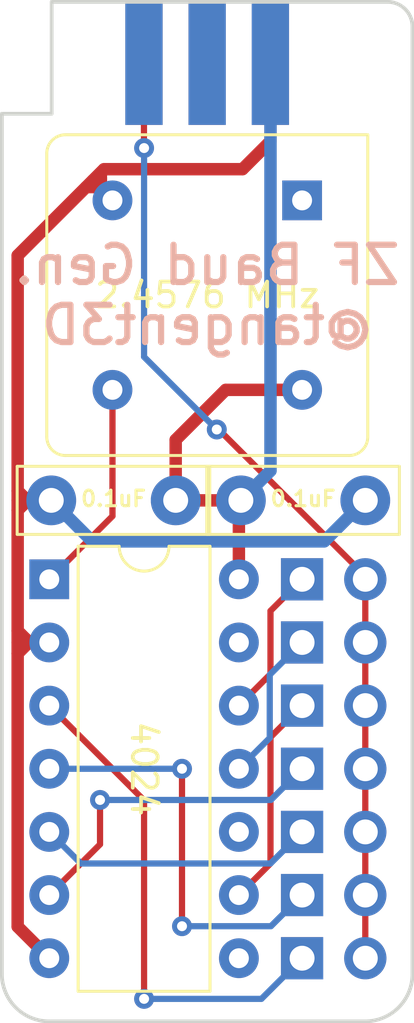
<source format=kicad_pcb>
(kicad_pcb (version 20171130) (host pcbnew 5.1.10)

  (general
    (thickness 1.6)
    (drawings 12)
    (tracks 85)
    (zones 0)
    (modules 6)
    (nets 16)
  )

  (page A4)
  (layers
    (0 F.Cu signal)
    (31 B.Cu signal)
    (32 B.Adhes user)
    (33 F.Adhes user)
    (34 B.Paste user)
    (35 F.Paste user)
    (36 B.SilkS user)
    (37 F.SilkS user)
    (38 B.Mask user)
    (39 F.Mask user)
    (40 Dwgs.User user)
    (41 Cmts.User user)
    (42 Eco1.User user)
    (43 Eco2.User user)
    (44 Edge.Cuts user)
    (45 Margin user)
    (46 B.CrtYd user)
    (47 F.CrtYd user)
    (48 B.Fab user)
    (49 F.Fab user)
  )

  (setup
    (last_trace_width 0.25)
    (trace_clearance 0.2)
    (zone_clearance 0.508)
    (zone_45_only no)
    (trace_min 0.2)
    (via_size 0.8)
    (via_drill 0.4)
    (via_min_size 0.4)
    (via_min_drill 0.3)
    (uvia_size 0.3)
    (uvia_drill 0.1)
    (uvias_allowed no)
    (uvia_min_size 0.2)
    (uvia_min_drill 0.1)
    (edge_width 0.05)
    (segment_width 0.2)
    (pcb_text_width 0.3)
    (pcb_text_size 1.5 1.5)
    (mod_edge_width 0.12)
    (mod_text_size 1 1)
    (mod_text_width 0.15)
    (pad_size 1.524 1.524)
    (pad_drill 0.762)
    (pad_to_mask_clearance 0)
    (aux_axis_origin 0 0)
    (grid_origin 105.330001 57.705001)
    (visible_elements 7FFFFFFF)
    (pcbplotparams
      (layerselection 0x010f0_ffffffff)
      (usegerberextensions true)
      (usegerberattributes false)
      (usegerberadvancedattributes false)
      (creategerberjobfile false)
      (excludeedgelayer true)
      (linewidth 0.100000)
      (plotframeref false)
      (viasonmask false)
      (mode 1)
      (useauxorigin false)
      (hpglpennumber 1)
      (hpglpenspeed 20)
      (hpglpendiameter 15.000000)
      (psnegative false)
      (psa4output false)
      (plotreference true)
      (plotvalue true)
      (plotinvisibletext false)
      (padsonsilk false)
      (subtractmaskfromsilk false)
      (outputformat 1)
      (mirror false)
      (drillshape 0)
      (scaleselection 1)
      (outputdirectory "C:/Users/nhull/Desktop/baudgen/"))
  )

  (net 0 "")
  (net 1 GND)
  (net 2 VCC)
  (net 3 "Net-(J1-Pad6)")
  (net 4 "Net-(J1-Pad4)")
  (net 5 CLOCK2)
  (net 6 "Net-(J1-Pad3)")
  (net 7 "Net-(U1-Pad1)")
  (net 8 "Net-(X1-Pad1)")
  (net 9 "Net-(J2-Pad1)")
  (net 10 "Net-(J2-Pad3)")
  (net 11 "Net-(J2-Pad5)")
  (net 12 "Net-(J2-Pad7)")
  (net 13 "Net-(J2-Pad9)")
  (net 14 "Net-(J2-Pad11)")
  (net 15 "Net-(J2-Pad13)")

  (net_class Default "This is the default net class."
    (clearance 0.2)
    (trace_width 0.25)
    (via_dia 0.8)
    (via_drill 0.4)
    (uvia_dia 0.3)
    (uvia_drill 0.1)
    (add_net CLOCK2)
    (add_net GND)
    (add_net "Net-(J1-Pad3)")
    (add_net "Net-(J1-Pad4)")
    (add_net "Net-(J1-Pad6)")
    (add_net "Net-(J2-Pad1)")
    (add_net "Net-(J2-Pad11)")
    (add_net "Net-(J2-Pad13)")
    (add_net "Net-(J2-Pad3)")
    (add_net "Net-(J2-Pad5)")
    (add_net "Net-(J2-Pad7)")
    (add_net "Net-(J2-Pad9)")
    (add_net "Net-(U1-Pad1)")
    (add_net "Net-(X1-Pad1)")
    (add_net VCC)
  )

  (module Baud_Generator:ZF_CPU_Control_Header (layer F.Cu) (tedit 6199E99E) (tstamp 618FDA23)
    (at 113.580001 59.155 180)
    (path /61973F40)
    (fp_text reference J1 (at 0 -5.08) (layer F.SilkS) hide
      (effects (font (size 1 1) (thickness 0.15)))
    )
    (fp_text value Conn_02x03_Odd_Even (at 0 4.318) (layer F.SilkS) hide
      (effects (font (size 1 1) (thickness 0.15)))
    )
    (pad 1 connect rect (at -2.54 0) (size 1.5 5) (layers F.Cu)
      (net 1 GND))
    (pad 3 connect rect (at 0 0) (size 1.5 5) (layers F.Cu)
      (net 6 "Net-(J1-Pad3)"))
    (pad 5 connect rect (at 2.54 0) (size 1.5 5) (layers F.Cu)
      (net 5 CLOCK2))
    (pad 2 connect rect (at -2.54 0) (size 1.5 5) (layers B.Cu)
      (net 2 VCC))
    (pad 4 connect rect (at 0 0) (size 1.5 5) (layers B.Cu)
      (net 4 "Net-(J1-Pad4)"))
    (pad 6 connect rect (at 2.54 0) (size 1.5 5) (layers B.Cu)
      (net 3 "Net-(J1-Pad6)"))
  )

  (module Connector_PinHeader_2.54mm:PinHeader_2x07_P2.54mm_Vertical (layer F.Cu) (tedit 6190B590) (tstamp 618FDA47)
    (at 117.395001 79.930001)
    (descr "Through hole straight pin header, 2x07, 2.54mm pitch, double rows")
    (tags "Through hole pin header THT 2x07 2.54mm double row")
    (path /618FC84C)
    (fp_text reference J2 (at 1.27 -2.33) (layer F.SilkS) hide
      (effects (font (size 1 1) (thickness 0.15)))
    )
    (fp_text value Conn_02x07_Odd_Even (at 1.27 17.57) (layer F.Fab) hide
      (effects (font (size 1 1) (thickness 0.15)))
    )
    (fp_line (start 4.35 -1.8) (end -1.8 -1.8) (layer F.CrtYd) (width 0.05))
    (fp_line (start 4.35 17.05) (end 4.35 -1.8) (layer F.CrtYd) (width 0.05))
    (fp_line (start -1.8 17.05) (end 4.35 17.05) (layer F.CrtYd) (width 0.05))
    (fp_line (start -1.8 -1.8) (end -1.8 17.05) (layer F.CrtYd) (width 0.05))
    (fp_line (start -1.27 0) (end 0 -1.27) (layer F.Fab) (width 0.1))
    (fp_line (start -1.27 16.51) (end -1.27 0) (layer F.Fab) (width 0.1))
    (fp_line (start 3.81 16.51) (end -1.27 16.51) (layer F.Fab) (width 0.1))
    (fp_line (start 3.81 -1.27) (end 3.81 16.51) (layer F.Fab) (width 0.1))
    (fp_line (start 0 -1.27) (end 3.81 -1.27) (layer F.Fab) (width 0.1))
    (fp_text user %R (at 1.27 7.62 90) (layer F.Fab)
      (effects (font (size 1 1) (thickness 0.15)))
    )
    (pad 1 thru_hole rect (at 0 0) (size 1.7 1.7) (drill 1) (layers *.Cu *.Mask)
      (net 9 "Net-(J2-Pad1)"))
    (pad 2 thru_hole oval (at 2.54 0) (size 1.7 1.7) (drill 1) (layers *.Cu *.Mask)
      (net 5 CLOCK2))
    (pad 3 thru_hole rect (at 0 2.54) (size 1.7 1.7) (drill 1) (layers *.Cu *.Mask)
      (net 10 "Net-(J2-Pad3)"))
    (pad 4 thru_hole oval (at 2.54 2.54) (size 1.7 1.7) (drill 1) (layers *.Cu *.Mask)
      (net 5 CLOCK2))
    (pad 5 thru_hole rect (at 0 5.08) (size 1.7 1.7) (drill 1) (layers *.Cu *.Mask)
      (net 11 "Net-(J2-Pad5)"))
    (pad 6 thru_hole oval (at 2.54 5.08) (size 1.7 1.7) (drill 1) (layers *.Cu *.Mask)
      (net 5 CLOCK2))
    (pad 7 thru_hole rect (at 0 7.62) (size 1.7 1.7) (drill 1) (layers *.Cu *.Mask)
      (net 12 "Net-(J2-Pad7)"))
    (pad 8 thru_hole oval (at 2.54 7.62) (size 1.7 1.7) (drill 1) (layers *.Cu *.Mask)
      (net 5 CLOCK2))
    (pad 9 thru_hole rect (at 0 10.16) (size 1.7 1.7) (drill 1) (layers *.Cu *.Mask)
      (net 13 "Net-(J2-Pad9)"))
    (pad 10 thru_hole oval (at 2.54 10.16) (size 1.7 1.7) (drill 1) (layers *.Cu *.Mask)
      (net 5 CLOCK2))
    (pad 11 thru_hole rect (at 0 12.7) (size 1.7 1.7) (drill 1) (layers *.Cu *.Mask)
      (net 14 "Net-(J2-Pad11)"))
    (pad 12 thru_hole oval (at 2.54 12.7) (size 1.7 1.7) (drill 1) (layers *.Cu *.Mask)
      (net 5 CLOCK2))
    (pad 13 thru_hole rect (at 0 15.24) (size 1.7 1.7) (drill 1) (layers *.Cu *.Mask)
      (net 15 "Net-(J2-Pad13)"))
    (pad 14 thru_hole oval (at 2.54 15.24) (size 1.7 1.7) (drill 1) (layers *.Cu *.Mask)
      (net 5 CLOCK2))
    (model ${KISYS3DMOD}/Connector_PinHeader_2.54mm.3dshapes/PinHeader_2x07_P2.54mm_Vertical.wrl
      (at (xyz 0 0 0))
      (scale (xyz 1 1 1))
      (rotate (xyz 0 0 0))
    )
  )

  (module Capacitor_THT:C_Disc_D7.5mm_W2.5mm_P5.00mm (layer F.Cu) (tedit 5AE50EF0) (tstamp 618FDA06)
    (at 112.315001 76.755001 180)
    (descr "C, Disc series, Radial, pin pitch=5.00mm, , diameter*width=7.5*2.5mm^2, Capacitor, http://www.vishay.com/docs/28535/vy2series.pdf")
    (tags "C Disc series Radial pin pitch 5.00mm  diameter 7.5mm width 2.5mm Capacitor")
    (path /618F9CE7)
    (fp_text reference 0.1uF (at 2.5 0.0675) (layer F.SilkS)
      (effects (font (size 0.625 0.625) (thickness 0.125)))
    )
    (fp_text value 0.1uF (at 2.5 2.5) (layer F.Fab) hide
      (effects (font (size 1 1) (thickness 0.15)))
    )
    (fp_line (start -1.25 -1.25) (end -1.25 1.25) (layer F.Fab) (width 0.1))
    (fp_line (start -1.25 1.25) (end 6.25 1.25) (layer F.Fab) (width 0.1))
    (fp_line (start 6.25 1.25) (end 6.25 -1.25) (layer F.Fab) (width 0.1))
    (fp_line (start 6.25 -1.25) (end -1.25 -1.25) (layer F.Fab) (width 0.1))
    (fp_line (start -1.37 -1.37) (end 6.37 -1.37) (layer F.SilkS) (width 0.12))
    (fp_line (start -1.37 1.37) (end 6.37 1.37) (layer F.SilkS) (width 0.12))
    (fp_line (start -1.37 -1.37) (end -1.37 1.37) (layer F.SilkS) (width 0.12))
    (fp_line (start 6.37 -1.37) (end 6.37 1.37) (layer F.SilkS) (width 0.12))
    (fp_line (start -1.5 -1.5) (end -1.5 1.5) (layer F.CrtYd) (width 0.05))
    (fp_line (start -1.5 1.5) (end 6.5 1.5) (layer F.CrtYd) (width 0.05))
    (fp_line (start 6.5 1.5) (end 6.5 -1.5) (layer F.CrtYd) (width 0.05))
    (fp_line (start 6.5 -1.5) (end -1.5 -1.5) (layer F.CrtYd) (width 0.05))
    (fp_text user %R (at 0.164999 0 270) (layer F.Fab)
      (effects (font (size 1 1) (thickness 0.15)))
    )
    (pad 2 thru_hole circle (at 5 0 180) (size 2 2) (drill 1) (layers *.Cu *.Mask)
      (net 1 GND))
    (pad 1 thru_hole circle (at 0 0 180) (size 2 2) (drill 1) (layers *.Cu *.Mask)
      (net 2 VCC))
    (model ${KISYS3DMOD}/Capacitor_THT.3dshapes/C_Disc_D7.5mm_W2.5mm_P5.00mm.wrl
      (at (xyz 0 0 0))
      (scale (xyz 1 1 1))
      (rotate (xyz 0 0 0))
    )
  )

  (module Capacitor_THT:C_Disc_D7.5mm_W2.5mm_P5.00mm (layer F.Cu) (tedit 5AE50EF0) (tstamp 618FDA19)
    (at 114.935001 76.755001)
    (descr "C, Disc series, Radial, pin pitch=5.00mm, , diameter*width=7.5*2.5mm^2, Capacitor, http://www.vishay.com/docs/28535/vy2series.pdf")
    (tags "C Disc series Radial pin pitch 5.00mm  diameter 7.5mm width 2.5mm Capacitor")
    (path /6192373D)
    (fp_text reference C2 (at 2.5 -2.5) (layer F.SilkS) hide
      (effects (font (size 1 1) (thickness 0.15)))
    )
    (fp_text value 0.1uF (at 2.5 2.5) (layer F.Fab) hide
      (effects (font (size 1 1) (thickness 0.15)))
    )
    (fp_line (start 6.5 -1.5) (end -1.5 -1.5) (layer F.CrtYd) (width 0.05))
    (fp_line (start 6.5 1.5) (end 6.5 -1.5) (layer F.CrtYd) (width 0.05))
    (fp_line (start -1.5 1.5) (end 6.5 1.5) (layer F.CrtYd) (width 0.05))
    (fp_line (start -1.5 -1.5) (end -1.5 1.5) (layer F.CrtYd) (width 0.05))
    (fp_line (start 6.37 -1.37) (end 6.37 1.37) (layer F.SilkS) (width 0.12))
    (fp_line (start -1.37 -1.37) (end -1.37 1.37) (layer F.SilkS) (width 0.12))
    (fp_line (start -1.37 1.37) (end 6.37 1.37) (layer F.SilkS) (width 0.12))
    (fp_line (start -1.37 -1.37) (end 6.37 -1.37) (layer F.SilkS) (width 0.12))
    (fp_line (start 6.25 -1.25) (end -1.25 -1.25) (layer F.Fab) (width 0.1))
    (fp_line (start 6.25 1.25) (end 6.25 -1.25) (layer F.Fab) (width 0.1))
    (fp_line (start -1.25 1.25) (end 6.25 1.25) (layer F.Fab) (width 0.1))
    (fp_line (start -1.25 -1.25) (end -1.25 1.25) (layer F.Fab) (width 0.1))
    (fp_text user 0.1uF (at 2.5 -0.0675) (layer F.SilkS)
      (effects (font (size 0.625 0.625) (thickness 0.125)))
    )
    (pad 1 thru_hole circle (at 0 0) (size 2 2) (drill 1) (layers *.Cu *.Mask)
      (net 2 VCC))
    (pad 2 thru_hole circle (at 5 0) (size 2 2) (drill 1) (layers *.Cu *.Mask)
      (net 1 GND))
    (model ${KISYS3DMOD}/Capacitor_THT.3dshapes/C_Disc_D7.5mm_W2.5mm_P5.00mm.wrl
      (at (xyz 0 0 0))
      (scale (xyz 1 1 1))
      (rotate (xyz 0 0 0))
    )
  )

  (module Package_DIP:DIP-14_W7.62mm (layer F.Cu) (tedit 5A02E8C5) (tstamp 618FDA69)
    (at 107.235001 79.930001)
    (descr "14-lead though-hole mounted DIP package, row spacing 7.62 mm (300 mils)")
    (tags "THT DIP DIL PDIP 2.54mm 7.62mm 300mil")
    (path /618F424F)
    (fp_text reference U1 (at 3.81 -2.33) (layer F.SilkS) hide
      (effects (font (size 1 1) (thickness 0.15)))
    )
    (fp_text value 4024 (at 3.81 17.57) (layer F.Fab) hide
      (effects (font (size 1 1) (thickness 0.15)))
    )
    (fp_line (start 1.635 -1.27) (end 6.985 -1.27) (layer F.Fab) (width 0.1))
    (fp_line (start 6.985 -1.27) (end 6.985 16.51) (layer F.Fab) (width 0.1))
    (fp_line (start 6.985 16.51) (end 0.635 16.51) (layer F.Fab) (width 0.1))
    (fp_line (start 0.635 16.51) (end 0.635 -0.27) (layer F.Fab) (width 0.1))
    (fp_line (start 0.635 -0.27) (end 1.635 -1.27) (layer F.Fab) (width 0.1))
    (fp_line (start 2.81 -1.33) (end 1.16 -1.33) (layer F.SilkS) (width 0.12))
    (fp_line (start 1.16 -1.33) (end 1.16 16.57) (layer F.SilkS) (width 0.12))
    (fp_line (start 1.16 16.57) (end 6.46 16.57) (layer F.SilkS) (width 0.12))
    (fp_line (start 6.46 16.57) (end 6.46 -1.33) (layer F.SilkS) (width 0.12))
    (fp_line (start 6.46 -1.33) (end 4.81 -1.33) (layer F.SilkS) (width 0.12))
    (fp_line (start -1.1 -1.55) (end -1.1 16.8) (layer F.CrtYd) (width 0.05))
    (fp_line (start -1.1 16.8) (end 8.7 16.8) (layer F.CrtYd) (width 0.05))
    (fp_line (start 8.7 16.8) (end 8.7 -1.55) (layer F.CrtYd) (width 0.05))
    (fp_line (start 8.7 -1.55) (end -1.1 -1.55) (layer F.CrtYd) (width 0.05))
    (fp_text user 4024 (at 3.81 7.62 270 unlocked) (layer F.SilkS)
      (effects (font (size 1 1) (thickness 0.15)))
    )
    (fp_arc (start 3.81 -1.33) (end 2.81 -1.33) (angle -180) (layer F.SilkS) (width 0.12))
    (pad 14 thru_hole oval (at 7.62 0) (size 1.6 1.6) (drill 0.8) (layers *.Cu *.Mask)
      (net 2 VCC))
    (pad 7 thru_hole oval (at 0 15.24) (size 1.6 1.6) (drill 0.8) (layers *.Cu *.Mask)
      (net 1 GND))
    (pad 13 thru_hole oval (at 7.62 2.54) (size 1.6 1.6) (drill 0.8) (layers *.Cu *.Mask))
    (pad 6 thru_hole oval (at 0 12.7) (size 1.6 1.6) (drill 0.8) (layers *.Cu *.Mask)
      (net 12 "Net-(J2-Pad7)"))
    (pad 12 thru_hole oval (at 7.62 5.08) (size 1.6 1.6) (drill 0.8) (layers *.Cu *.Mask)
      (net 9 "Net-(J2-Pad1)"))
    (pad 5 thru_hole oval (at 0 10.16) (size 1.6 1.6) (drill 0.8) (layers *.Cu *.Mask)
      (net 13 "Net-(J2-Pad9)"))
    (pad 11 thru_hole oval (at 7.62 7.62) (size 1.6 1.6) (drill 0.8) (layers *.Cu *.Mask)
      (net 10 "Net-(J2-Pad3)"))
    (pad 4 thru_hole oval (at 0 7.62) (size 1.6 1.6) (drill 0.8) (layers *.Cu *.Mask)
      (net 14 "Net-(J2-Pad11)"))
    (pad 10 thru_hole oval (at 7.62 10.16) (size 1.6 1.6) (drill 0.8) (layers *.Cu *.Mask))
    (pad 3 thru_hole oval (at 0 5.08) (size 1.6 1.6) (drill 0.8) (layers *.Cu *.Mask)
      (net 15 "Net-(J2-Pad13)"))
    (pad 9 thru_hole oval (at 7.62 12.7) (size 1.6 1.6) (drill 0.8) (layers *.Cu *.Mask)
      (net 11 "Net-(J2-Pad5)"))
    (pad 2 thru_hole oval (at 0 2.54) (size 1.6 1.6) (drill 0.8) (layers *.Cu *.Mask)
      (net 1 GND))
    (pad 8 thru_hole oval (at 7.62 15.24) (size 1.6 1.6) (drill 0.8) (layers *.Cu *.Mask))
    (pad 1 thru_hole rect (at 0 0) (size 1.6 1.6) (drill 0.8) (layers *.Cu *.Mask)
      (net 7 "Net-(U1-Pad1)"))
    (model ${KISYS3DMOD}/Package_DIP.3dshapes/DIP-14_W7.62mm.wrl
      (at (xyz 0 0 0))
      (scale (xyz 1 1 1))
      (rotate (xyz 0 0 0))
    )
  )

  (module Oscillator:Oscillator_DIP-8 (layer F.Cu) (tedit 58CD3344) (tstamp 618FDA8B)
    (at 117.395001 64.690001 180)
    (descr "Oscillator, DIP8,http://cdn-reichelt.de/documents/datenblatt/B400/OSZI.pdf")
    (tags oscillator)
    (path /618F6E99)
    (fp_text reference X1 (at 3.81 -11.26) (layer F.SilkS) hide
      (effects (font (size 1 1) (thickness 0.15)))
    )
    (fp_text value "2.4576 MHz" (at 3.815 3.74) (layer F.Fab) hide
      (effects (font (size 1 1) (thickness 0.15)))
    )
    (fp_line (start -2.54 2.54) (end -2.54 -9.51) (layer F.Fab) (width 0.1))
    (fp_line (start -1.89 -10.16) (end 9.51 -10.16) (layer F.Fab) (width 0.1))
    (fp_line (start 10.16 -9.51) (end 10.16 1.89) (layer F.Fab) (width 0.1))
    (fp_line (start -2.54 2.54) (end 9.51 2.54) (layer F.Fab) (width 0.1))
    (fp_line (start -2.64 2.64) (end 9.51 2.64) (layer F.SilkS) (width 0.12))
    (fp_line (start 10.26 1.89) (end 10.26 -9.51) (layer F.SilkS) (width 0.12))
    (fp_line (start 9.51 -10.26) (end -1.89 -10.26) (layer F.SilkS) (width 0.12))
    (fp_line (start -2.64 -9.51) (end -2.64 2.64) (layer F.SilkS) (width 0.12))
    (fp_line (start -1.54 1.54) (end 8.81 1.54) (layer F.Fab) (width 0.1))
    (fp_line (start -1.54 1.54) (end -1.54 -8.81) (layer F.Fab) (width 0.1))
    (fp_line (start -1.19 -9.16) (end 8.81 -9.16) (layer F.Fab) (width 0.1))
    (fp_line (start 9.16 1.19) (end 9.16 -8.81) (layer F.Fab) (width 0.1))
    (fp_line (start -2.79 2.79) (end 10.41 2.79) (layer F.CrtYd) (width 0.05))
    (fp_line (start -2.79 -10.41) (end -2.79 2.79) (layer F.CrtYd) (width 0.05))
    (fp_line (start 10.41 -10.41) (end -2.79 -10.41) (layer F.CrtYd) (width 0.05))
    (fp_line (start 10.41 2.79) (end 10.41 -10.41) (layer F.CrtYd) (width 0.05))
    (fp_text user "2.4576 MHz" (at 3.81 -3.81 180) (layer F.SilkS)
      (effects (font (size 1 1) (thickness 0.15)))
    )
    (fp_arc (start 8.81 1.19) (end 9.16 1.19) (angle 90) (layer F.Fab) (width 0.1))
    (fp_arc (start 8.81 -8.81) (end 8.81 -9.16) (angle 90) (layer F.Fab) (width 0.1))
    (fp_arc (start -1.19 -8.81) (end -1.54 -8.81) (angle 90) (layer F.Fab) (width 0.1))
    (fp_arc (start 9.51 1.89) (end 10.26 1.89) (angle 90) (layer F.SilkS) (width 0.12))
    (fp_arc (start 9.51 -9.51) (end 9.51 -10.26) (angle 90) (layer F.SilkS) (width 0.12))
    (fp_arc (start -1.89 -9.51) (end -2.64 -9.51) (angle 90) (layer F.SilkS) (width 0.12))
    (fp_arc (start 9.51 1.89) (end 10.16 1.89) (angle 90) (layer F.Fab) (width 0.1))
    (fp_arc (start 9.51 -9.51) (end 9.51 -10.16) (angle 90) (layer F.Fab) (width 0.1))
    (fp_arc (start -1.89 -9.51) (end -2.54 -9.51) (angle 90) (layer F.Fab) (width 0.1))
    (pad 1 thru_hole rect (at 0 0 180) (size 1.6 1.6) (drill 0.8) (layers *.Cu *.Mask)
      (net 8 "Net-(X1-Pad1)"))
    (pad 8 thru_hole circle (at 0 -7.62 180) (size 1.6 1.6) (drill 0.8) (layers *.Cu *.Mask)
      (net 2 VCC))
    (pad 5 thru_hole circle (at 7.62 -7.62 180) (size 1.6 1.6) (drill 0.8) (layers *.Cu *.Mask)
      (net 7 "Net-(U1-Pad1)"))
    (pad 4 thru_hole circle (at 7.62 0 180) (size 1.6 1.6) (drill 0.8) (layers *.Cu *.Mask)
      (net 1 GND))
    (model ${KISYS3DMOD}/Oscillator.3dshapes/Oscillator_DIP-8.wrl
      (at (xyz 0 0 0))
      (scale (xyz 1 1 1))
      (rotate (xyz 0 0 0))
    )
  )

  (gr_line (start 107.330001 61.205001) (end 105.330001 61.205001) (layer Edge.Cuts) (width 0.15))
  (gr_line (start 107.330001 56.705001) (end 107.330001 61.205001) (layer Edge.Cuts) (width 0.15))
  (gr_arc (start 120.830001 57.705001) (end 121.830001 57.705001) (angle -90) (layer Edge.Cuts) (width 0.15) (tstamp 619A57D5))
  (gr_text "ZF Baud Gen.\n@tangent3D" (at 113.585001 68.500001) (layer B.SilkS) (tstamp 61916447)
    (effects (font (size 1.5 1.5) (thickness 0.25)) (justify mirror))
  )
  (gr_arc (start 107.235001 95.805001) (end 105.330001 95.805001) (angle -90) (layer Edge.Cuts) (width 0.15))
  (gr_arc (start 119.925001 95.805001) (end 119.925001 97.710001) (angle -90) (layer Edge.Cuts) (width 0.15))
  (gr_poly (pts (xy 121.840001 61.205001) (xy 105.330001 61.205001) (xy 105.330001 56.705001) (xy 121.840001 56.705001)) (layer B.Mask) (width 0.1) (tstamp 618FF951))
  (gr_poly (pts (xy 121.825001 61.205001) (xy 105.315001 61.205001) (xy 105.320001 56.705001) (xy 121.830001 56.705001)) (layer F.Mask) (width 0.1))
  (gr_line (start 105.330001 61.205001) (end 105.330001 95.805001) (layer Edge.Cuts) (width 0.15) (tstamp 618FF5FE))
  (gr_line (start 120.830001 56.705001) (end 107.330001 56.705001) (layer Edge.Cuts) (width 0.15))
  (gr_line (start 121.830001 95.805001) (end 121.830001 57.705001) (layer Edge.Cuts) (width 0.15))
  (gr_line (start 107.235001 97.710001) (end 119.925001 97.710001) (layer Edge.Cuts) (width 0.15))

  (segment (start 107.315001 76.755001) (end 105.965001 76.755001) (width 0.5) (layer F.Cu) (net 1))
  (segment (start 106.345001 76.755001) (end 105.965001 76.375001) (width 0.5) (layer F.Cu) (net 1))
  (segment (start 107.315001 76.755001) (end 106.345001 76.755001) (width 0.5) (layer F.Cu) (net 1))
  (segment (start 106.365001 76.755001) (end 105.965001 77.155001) (width 0.5) (layer F.Cu) (net 1))
  (segment (start 107.315001 76.755001) (end 106.365001 76.755001) (width 0.5) (layer F.Cu) (net 1))
  (segment (start 105.965001 77.155001) (end 105.965001 76.375001) (width 0.5) (layer F.Cu) (net 1))
  (segment (start 105.965001 93.900001) (end 107.235001 95.170001) (width 0.5) (layer F.Cu) (net 1))
  (segment (start 107.235001 82.470001) (end 105.965001 82.470001) (width 0.5) (layer F.Cu) (net 1))
  (segment (start 106.430001 82.470001) (end 105.965001 82.005001) (width 0.5) (layer F.Cu) (net 1))
  (segment (start 107.235001 82.470001) (end 106.430001 82.470001) (width 0.5) (layer F.Cu) (net 1))
  (segment (start 105.965001 77.155001) (end 105.965001 82.005001) (width 0.5) (layer F.Cu) (net 1))
  (segment (start 106.410001 82.470001) (end 105.965001 82.915001) (width 0.5) (layer F.Cu) (net 1))
  (segment (start 105.965001 82.915001) (end 105.965001 93.900001) (width 0.5) (layer F.Cu) (net 1))
  (segment (start 107.235001 82.470001) (end 106.410001 82.470001) (width 0.5) (layer F.Cu) (net 1))
  (segment (start 105.965001 82.005001) (end 105.965001 82.915001) (width 0.5) (layer F.Cu) (net 1))
  (segment (start 105.965001 76.375001) (end 105.965001 66.905001) (width 0.5) (layer F.Cu) (net 1))
  (segment (start 105.965001 66.905001) (end 108.715001 64.155001) (width 0.5) (layer F.Cu) (net 1))
  (segment (start 108.715001 64.155001) (end 108.980001 63.890001) (width 0.5) (layer F.Cu) (net 1))
  (segment (start 109.775001 64.685001) (end 108.980001 63.890001) (width 0.5) (layer F.Cu) (net 1))
  (segment (start 109.225001 64.140001) (end 109.775001 64.690001) (width 0.5) (layer F.Cu) (net 1))
  (segment (start 109.240001 64.155001) (end 109.775001 64.690001) (width 0.5) (layer F.Cu) (net 1))
  (segment (start 108.715001 64.155001) (end 109.240001 64.155001) (width 0.5) (layer F.Cu) (net 1))
  (segment (start 118.285001 78.405001) (end 119.935001 76.755001) (width 0.5) (layer B.Cu) (net 1))
  (segment (start 108.965001 78.405001) (end 118.285001 78.405001) (width 0.5) (layer B.Cu) (net 1))
  (segment (start 107.315001 76.755001) (end 108.965001 78.405001) (width 0.5) (layer B.Cu) (net 1))
  (segment (start 116.125001 62.310001) (end 115.000001 63.435001) (width 0.5) (layer F.Cu) (net 1))
  (segment (start 115.000001 63.435001) (end 109.435001 63.435001) (width 0.5) (layer F.Cu) (net 1))
  (segment (start 116.125001 60.29) (end 116.125001 62.310001) (width 0.5) (layer F.Cu) (net 1))
  (segment (start 108.980001 63.890001) (end 109.435001 63.435001) (width 0.5) (layer F.Cu) (net 1))
  (segment (start 109.435001 64.350001) (end 109.775001 64.690001) (width 0.25) (layer F.Cu) (net 1))
  (segment (start 109.435001 63.435001) (end 109.435001 64.350001) (width 0.25) (layer F.Cu) (net 1))
  (segment (start 114.855001 76.675001) (end 114.935001 76.755001) (width 0.5) (layer F.Cu) (net 2))
  (segment (start 112.315001 76.755001) (end 114.935001 76.755001) (width 0.5) (layer F.Cu) (net 2))
  (segment (start 114.982001 76.708001) (end 114.935001 76.755001) (width 0.25) (layer B.Cu) (net 2))
  (segment (start 114.325001 72.310001) (end 117.395001 72.310001) (width 0.5) (layer F.Cu) (net 2))
  (segment (start 112.315001 74.320001) (end 114.325001 72.310001) (width 0.5) (layer F.Cu) (net 2))
  (segment (start 112.315001 76.755001) (end 112.315001 74.320001) (width 0.5) (layer F.Cu) (net 2))
  (segment (start 114.935001 76.661001) (end 114.982001 76.708001) (width 0.5) (layer B.Cu) (net 2))
  (segment (start 115.029001 76.661001) (end 114.935001 76.661001) (width 0.5) (layer B.Cu) (net 2))
  (segment (start 116.125001 75.565001) (end 115.029001 76.661001) (width 0.5) (layer B.Cu) (net 2))
  (segment (start 116.125001 59.705001) (end 116.125001 75.565001) (width 0.5) (layer B.Cu) (net 2))
  (segment (start 114.855001 76.835001) (end 114.855001 79.930001) (width 0.5) (layer F.Cu) (net 2))
  (segment (start 114.935001 76.755001) (end 114.855001 76.835001) (width 0.5) (layer F.Cu) (net 2))
  (segment (start 119.935001 79.930001) (end 119.935001 95.170001) (width 0.25) (layer F.Cu) (net 5))
  (segment (start 119.935001 79.325001) (end 119.935001 79.930001) (width 0.25) (layer F.Cu) (net 5))
  (via (at 113.966001 73.905001) (size 0.8) (drill 0.4) (layers F.Cu B.Cu) (net 5))
  (via (at 111.045001 62.585001) (size 0.8) (drill 0.4) (layers F.Cu B.Cu) (net 5))
  (segment (start 111.040001 62.580001) (end 111.045001 62.585001) (width 0.25) (layer F.Cu) (net 5))
  (segment (start 111.040001 59.155) (end 111.040001 62.580001) (width 0.25) (layer F.Cu) (net 5))
  (segment (start 114.102003 73.961001) (end 113.966001 73.961001) (width 0.25) (layer F.Cu) (net 5))
  (segment (start 119.935001 79.793999) (end 114.102003 73.961001) (width 0.25) (layer F.Cu) (net 5))
  (segment (start 119.935001 79.930001) (end 119.935001 79.793999) (width 0.25) (layer F.Cu) (net 5))
  (segment (start 111.045001 70.984001) (end 111.045001 62.404001) (width 0.25) (layer B.Cu) (net 5))
  (segment (start 113.966001 73.905001) (end 111.045001 70.984001) (width 0.25) (layer B.Cu) (net 5))
  (segment (start 113.966001 73.955001) (end 113.966001 73.905001) (width 0.25) (layer B.Cu) (net 5))
  (segment (start 109.775001 77.390001) (end 107.235001 79.930001) (width 0.25) (layer F.Cu) (net 7))
  (segment (start 109.775001 72.310001) (end 109.775001 77.390001) (width 0.25) (layer F.Cu) (net 7))
  (segment (start 116.125001 83.740001) (end 114.855001 85.010001) (width 0.25) (layer F.Cu) (net 9))
  (segment (start 116.125001 81.200001) (end 116.125001 83.740001) (width 0.25) (layer F.Cu) (net 9))
  (segment (start 117.395001 79.930001) (end 116.125001 81.200001) (width 0.25) (layer F.Cu) (net 9))
  (segment (start 116.095001 83.770001) (end 117.395001 82.470001) (width 0.25) (layer B.Cu) (net 10))
  (segment (start 116.095001 86.310001) (end 116.095001 83.770001) (width 0.25) (layer B.Cu) (net 10))
  (segment (start 114.855001 87.550001) (end 116.095001 86.310001) (width 0.25) (layer B.Cu) (net 10))
  (segment (start 116.125001 86.280001) (end 117.395001 85.010001) (width 0.25) (layer F.Cu) (net 11))
  (segment (start 116.125001 91.360001) (end 116.125001 86.280001) (width 0.25) (layer F.Cu) (net 11))
  (segment (start 114.855001 92.630001) (end 116.125001 91.360001) (width 0.25) (layer F.Cu) (net 11))
  (via (at 109.275001 88.805001) (size 0.8) (drill 0.4) (layers F.Cu B.Cu) (net 12))
  (segment (start 116.140001 88.805001) (end 117.395001 87.550001) (width 0.25) (layer B.Cu) (net 12))
  (segment (start 109.275001 88.805001) (end 116.140001 88.805001) (width 0.25) (layer B.Cu) (net 12))
  (segment (start 109.275001 90.590001) (end 107.235001 92.630001) (width 0.25) (layer F.Cu) (net 12))
  (segment (start 109.275001 88.805001) (end 109.275001 90.590001) (width 0.25) (layer F.Cu) (net 12))
  (segment (start 116.125001 91.360001) (end 117.395001 90.090001) (width 0.25) (layer B.Cu) (net 13))
  (segment (start 108.505001 91.360001) (end 116.125001 91.360001) (width 0.25) (layer B.Cu) (net 13))
  (segment (start 107.235001 90.090001) (end 108.505001 91.360001) (width 0.25) (layer B.Cu) (net 13))
  (via (at 112.569001 87.550001) (size 0.8) (drill 0.4) (layers F.Cu B.Cu) (net 14))
  (via (at 112.569001 93.883001) (size 0.8) (drill 0.4) (layers F.Cu B.Cu) (net 14))
  (segment (start 112.569001 87.550001) (end 112.569001 93.773001) (width 0.25) (layer F.Cu) (net 14))
  (segment (start 107.235001 87.550001) (end 112.569001 87.550001) (width 0.25) (layer B.Cu) (net 14))
  (segment (start 116.142001 93.883001) (end 112.679001 93.883001) (width 0.25) (layer B.Cu) (net 14))
  (segment (start 117.395001 92.630001) (end 116.142001 93.883001) (width 0.25) (layer B.Cu) (net 14))
  (via (at 111.045001 96.805001) (size 0.8) (drill 0.4) (layers F.Cu B.Cu) (net 15))
  (segment (start 111.045001 88.820001) (end 111.045001 96.805001) (width 0.25) (layer F.Cu) (net 15))
  (segment (start 107.235001 85.010001) (end 111.045001 88.820001) (width 0.25) (layer F.Cu) (net 15))
  (segment (start 115.760001 96.805001) (end 111.045001 96.805001) (width 0.25) (layer B.Cu) (net 15))
  (segment (start 117.395001 95.170001) (end 115.760001 96.805001) (width 0.25) (layer B.Cu) (net 15))

)

</source>
